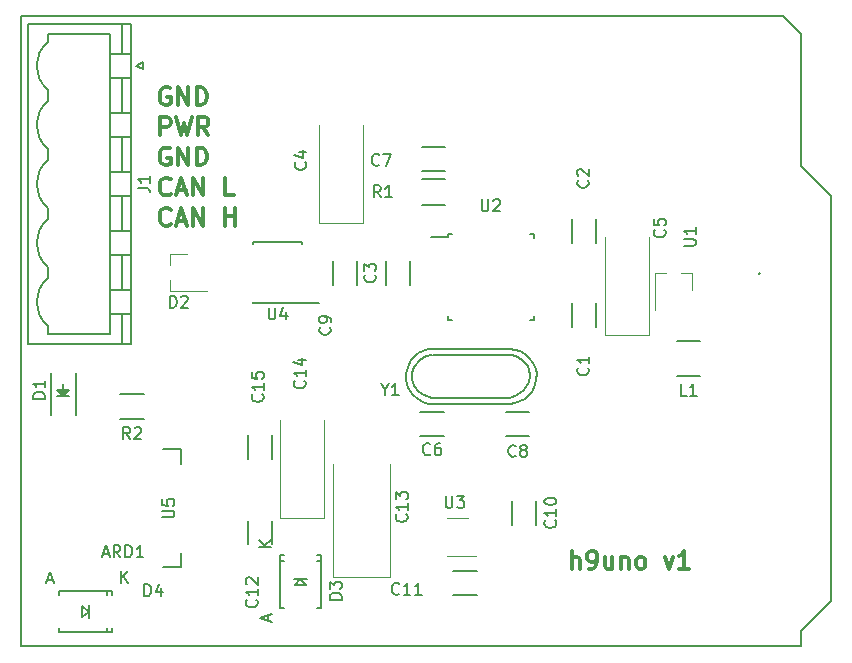
<source format=gto>
G04 #@! TF.FileFunction,Legend,Top*
%FSLAX46Y46*%
G04 Gerber Fmt 4.6, Leading zero omitted, Abs format (unit mm)*
G04 Created by KiCad (PCBNEW 4.0.6) date Tuesday, 13 February 2018 20:17:47*
%MOMM*%
%LPD*%
G01*
G04 APERTURE LIST*
%ADD10C,0.100000*%
%ADD11C,0.300000*%
%ADD12C,0.150000*%
%ADD13C,0.120000*%
G04 APERTURE END LIST*
D10*
D11*
X195096429Y-98468571D02*
X195096429Y-96968571D01*
X195739286Y-98468571D02*
X195739286Y-97682857D01*
X195667857Y-97540000D01*
X195525000Y-97468571D01*
X195310715Y-97468571D01*
X195167857Y-97540000D01*
X195096429Y-97611429D01*
X196525000Y-98468571D02*
X196810715Y-98468571D01*
X196953572Y-98397143D01*
X197025000Y-98325714D01*
X197167858Y-98111429D01*
X197239286Y-97825714D01*
X197239286Y-97254286D01*
X197167858Y-97111429D01*
X197096429Y-97040000D01*
X196953572Y-96968571D01*
X196667858Y-96968571D01*
X196525000Y-97040000D01*
X196453572Y-97111429D01*
X196382143Y-97254286D01*
X196382143Y-97611429D01*
X196453572Y-97754286D01*
X196525000Y-97825714D01*
X196667858Y-97897143D01*
X196953572Y-97897143D01*
X197096429Y-97825714D01*
X197167858Y-97754286D01*
X197239286Y-97611429D01*
X198525000Y-97468571D02*
X198525000Y-98468571D01*
X197882143Y-97468571D02*
X197882143Y-98254286D01*
X197953571Y-98397143D01*
X198096429Y-98468571D01*
X198310714Y-98468571D01*
X198453571Y-98397143D01*
X198525000Y-98325714D01*
X199239286Y-97468571D02*
X199239286Y-98468571D01*
X199239286Y-97611429D02*
X199310714Y-97540000D01*
X199453572Y-97468571D01*
X199667857Y-97468571D01*
X199810714Y-97540000D01*
X199882143Y-97682857D01*
X199882143Y-98468571D01*
X200810715Y-98468571D02*
X200667857Y-98397143D01*
X200596429Y-98325714D01*
X200525000Y-98182857D01*
X200525000Y-97754286D01*
X200596429Y-97611429D01*
X200667857Y-97540000D01*
X200810715Y-97468571D01*
X201025000Y-97468571D01*
X201167857Y-97540000D01*
X201239286Y-97611429D01*
X201310715Y-97754286D01*
X201310715Y-98182857D01*
X201239286Y-98325714D01*
X201167857Y-98397143D01*
X201025000Y-98468571D01*
X200810715Y-98468571D01*
X202953572Y-97468571D02*
X203310715Y-98468571D01*
X203667857Y-97468571D01*
X205025000Y-98468571D02*
X204167857Y-98468571D01*
X204596429Y-98468571D02*
X204596429Y-96968571D01*
X204453572Y-97182857D01*
X204310714Y-97325714D01*
X204167857Y-97397143D01*
X161035857Y-57777000D02*
X160893000Y-57705571D01*
X160678714Y-57705571D01*
X160464429Y-57777000D01*
X160321571Y-57919857D01*
X160250143Y-58062714D01*
X160178714Y-58348429D01*
X160178714Y-58562714D01*
X160250143Y-58848429D01*
X160321571Y-58991286D01*
X160464429Y-59134143D01*
X160678714Y-59205571D01*
X160821571Y-59205571D01*
X161035857Y-59134143D01*
X161107286Y-59062714D01*
X161107286Y-58562714D01*
X160821571Y-58562714D01*
X161750143Y-59205571D02*
X161750143Y-57705571D01*
X162607286Y-59205571D01*
X162607286Y-57705571D01*
X163321572Y-59205571D02*
X163321572Y-57705571D01*
X163678715Y-57705571D01*
X163893000Y-57777000D01*
X164035858Y-57919857D01*
X164107286Y-58062714D01*
X164178715Y-58348429D01*
X164178715Y-58562714D01*
X164107286Y-58848429D01*
X164035858Y-58991286D01*
X163893000Y-59134143D01*
X163678715Y-59205571D01*
X163321572Y-59205571D01*
X160250143Y-61755571D02*
X160250143Y-60255571D01*
X160821571Y-60255571D01*
X160964429Y-60327000D01*
X161035857Y-60398429D01*
X161107286Y-60541286D01*
X161107286Y-60755571D01*
X161035857Y-60898429D01*
X160964429Y-60969857D01*
X160821571Y-61041286D01*
X160250143Y-61041286D01*
X161607286Y-60255571D02*
X161964429Y-61755571D01*
X162250143Y-60684143D01*
X162535857Y-61755571D01*
X162893000Y-60255571D01*
X164321572Y-61755571D02*
X163821572Y-61041286D01*
X163464429Y-61755571D02*
X163464429Y-60255571D01*
X164035857Y-60255571D01*
X164178715Y-60327000D01*
X164250143Y-60398429D01*
X164321572Y-60541286D01*
X164321572Y-60755571D01*
X164250143Y-60898429D01*
X164178715Y-60969857D01*
X164035857Y-61041286D01*
X163464429Y-61041286D01*
X161035857Y-62877000D02*
X160893000Y-62805571D01*
X160678714Y-62805571D01*
X160464429Y-62877000D01*
X160321571Y-63019857D01*
X160250143Y-63162714D01*
X160178714Y-63448429D01*
X160178714Y-63662714D01*
X160250143Y-63948429D01*
X160321571Y-64091286D01*
X160464429Y-64234143D01*
X160678714Y-64305571D01*
X160821571Y-64305571D01*
X161035857Y-64234143D01*
X161107286Y-64162714D01*
X161107286Y-63662714D01*
X160821571Y-63662714D01*
X161750143Y-64305571D02*
X161750143Y-62805571D01*
X162607286Y-64305571D01*
X162607286Y-62805571D01*
X163321572Y-64305571D02*
X163321572Y-62805571D01*
X163678715Y-62805571D01*
X163893000Y-62877000D01*
X164035858Y-63019857D01*
X164107286Y-63162714D01*
X164178715Y-63448429D01*
X164178715Y-63662714D01*
X164107286Y-63948429D01*
X164035858Y-64091286D01*
X163893000Y-64234143D01*
X163678715Y-64305571D01*
X163321572Y-64305571D01*
X161107286Y-66712714D02*
X161035857Y-66784143D01*
X160821571Y-66855571D01*
X160678714Y-66855571D01*
X160464429Y-66784143D01*
X160321571Y-66641286D01*
X160250143Y-66498429D01*
X160178714Y-66212714D01*
X160178714Y-65998429D01*
X160250143Y-65712714D01*
X160321571Y-65569857D01*
X160464429Y-65427000D01*
X160678714Y-65355571D01*
X160821571Y-65355571D01*
X161035857Y-65427000D01*
X161107286Y-65498429D01*
X161678714Y-66427000D02*
X162393000Y-66427000D01*
X161535857Y-66855571D02*
X162035857Y-65355571D01*
X162535857Y-66855571D01*
X163035857Y-66855571D02*
X163035857Y-65355571D01*
X163893000Y-66855571D01*
X163893000Y-65355571D01*
X166464429Y-66855571D02*
X165750143Y-66855571D01*
X165750143Y-65355571D01*
X161107286Y-69262714D02*
X161035857Y-69334143D01*
X160821571Y-69405571D01*
X160678714Y-69405571D01*
X160464429Y-69334143D01*
X160321571Y-69191286D01*
X160250143Y-69048429D01*
X160178714Y-68762714D01*
X160178714Y-68548429D01*
X160250143Y-68262714D01*
X160321571Y-68119857D01*
X160464429Y-67977000D01*
X160678714Y-67905571D01*
X160821571Y-67905571D01*
X161035857Y-67977000D01*
X161107286Y-68048429D01*
X161678714Y-68977000D02*
X162393000Y-68977000D01*
X161535857Y-69405571D02*
X162035857Y-67905571D01*
X162535857Y-69405571D01*
X163035857Y-69405571D02*
X163035857Y-67905571D01*
X163893000Y-69405571D01*
X163893000Y-67905571D01*
X165750143Y-69405571D02*
X165750143Y-67905571D01*
X165750143Y-68619857D02*
X166607286Y-68619857D01*
X166607286Y-69405571D02*
X166607286Y-67905571D01*
D12*
X148463000Y-51689000D02*
X148463000Y-105029000D01*
X214503000Y-64389000D02*
X214503000Y-53213000D01*
X217043000Y-66929000D02*
X214503000Y-64389000D01*
X217043000Y-101219000D02*
X217043000Y-66929000D01*
X214503000Y-103759000D02*
X217043000Y-101219000D01*
X214503000Y-105029000D02*
X214503000Y-103759000D01*
X212979000Y-51689000D02*
X214503000Y-53213000D01*
X148463000Y-105029000D02*
X214503000Y-105029000D01*
X148463000Y-51689000D02*
X212979000Y-51689000D01*
X179315000Y-72406000D02*
X179315000Y-74406000D01*
X181365000Y-74406000D02*
X181365000Y-72406000D01*
X174870000Y-72406000D02*
X174870000Y-74406000D01*
X176920000Y-74406000D02*
X176920000Y-72406000D01*
X192033000Y-94726000D02*
X192033000Y-92726000D01*
X189983000Y-92726000D02*
X189983000Y-94726000D01*
X185055000Y-100720000D02*
X187055000Y-100720000D01*
X187055000Y-98670000D02*
X185055000Y-98670000D01*
X167631000Y-87138000D02*
X167631000Y-89138000D01*
X169681000Y-89138000D02*
X169681000Y-87138000D01*
X203978000Y-79170000D02*
X205978000Y-79170000D01*
X205978000Y-82120000D02*
X203978000Y-82120000D01*
X191262000Y-81168240D02*
X191462660Y-81569560D01*
X191462660Y-81569560D02*
X191564260Y-82169000D01*
X191564260Y-82169000D02*
X191462660Y-82669380D01*
X191462660Y-82669380D02*
X191063880Y-83367880D01*
X191063880Y-83367880D02*
X190461900Y-83769200D01*
X190461900Y-83769200D02*
X189862460Y-83969860D01*
X189862460Y-83969860D02*
X183263540Y-83969860D01*
X183263540Y-83969860D02*
X182562500Y-83769200D01*
X182562500Y-83769200D02*
X182163720Y-83469480D01*
X182163720Y-83469480D02*
X181762400Y-82969100D01*
X181762400Y-82969100D02*
X181561740Y-82369660D01*
X181561740Y-82369660D02*
X181561740Y-81869280D01*
X181561740Y-81869280D02*
X181762400Y-81368900D01*
X181762400Y-81368900D02*
X182262780Y-80769460D01*
X182262780Y-80769460D02*
X182763160Y-80469740D01*
X182763160Y-80469740D02*
X183263540Y-80368140D01*
X183362600Y-80368140D02*
X189964060Y-80368140D01*
X189964060Y-80368140D02*
X190362840Y-80469740D01*
X190362840Y-80469740D02*
X190863220Y-80769460D01*
X190863220Y-80769460D02*
X191363600Y-81269840D01*
X183372760Y-79839820D02*
X182913020Y-79888080D01*
X182913020Y-79888080D02*
X182514240Y-79999840D01*
X182514240Y-79999840D02*
X182082440Y-80218280D01*
X182082440Y-80218280D02*
X181792880Y-80449420D01*
X181792880Y-80449420D02*
X181462680Y-80799940D01*
X181462680Y-80799940D02*
X181173120Y-81338420D01*
X181173120Y-81338420D02*
X181043580Y-81937860D01*
X181043580Y-81937860D02*
X181043580Y-82448400D01*
X181043580Y-82448400D02*
X181213760Y-83149440D01*
X181213760Y-83149440D02*
X181612540Y-83738720D01*
X181612540Y-83738720D02*
X182072280Y-84109560D01*
X182072280Y-84109560D02*
X182493920Y-84317840D01*
X182493920Y-84317840D02*
X182943500Y-84477860D01*
X182943500Y-84477860D02*
X183382920Y-84508340D01*
X190723520Y-84289900D02*
X191101980Y-84068920D01*
X191101980Y-84068920D02*
X191422020Y-83789520D01*
X191422020Y-83789520D02*
X191673480Y-83459320D01*
X191673480Y-83459320D02*
X191973200Y-82908140D01*
X191973200Y-82908140D02*
X192082420Y-82438240D01*
X192082420Y-82438240D02*
X192102740Y-81978500D01*
X192102740Y-81978500D02*
X192013840Y-81518760D01*
X192013840Y-81518760D02*
X191823340Y-81069180D01*
X191823340Y-81069180D02*
X191462660Y-80599280D01*
X191462660Y-80599280D02*
X191112140Y-80279240D01*
X191112140Y-80279240D02*
X190723520Y-80048100D01*
X190723520Y-80048100D02*
X190294260Y-79908400D01*
X190294260Y-79908400D02*
X189852300Y-79839820D01*
X183362600Y-84498180D02*
X189814200Y-84498180D01*
X189814200Y-84498180D02*
X190233300Y-84460080D01*
X190233300Y-84460080D02*
X190723520Y-84289900D01*
X183362600Y-79839820D02*
X189814200Y-79839820D01*
X197113000Y-77962000D02*
X197113000Y-75962000D01*
X195063000Y-75962000D02*
X195063000Y-77962000D01*
X197113000Y-70850000D02*
X197113000Y-68850000D01*
X195063000Y-68850000D02*
X195063000Y-70850000D01*
D13*
X173664000Y-69181000D02*
X173664000Y-60881000D01*
X177364000Y-69181000D02*
X177364000Y-60881000D01*
X173664000Y-69181000D02*
X177364000Y-69181000D01*
X197921000Y-78706000D02*
X197921000Y-70406000D01*
X201621000Y-78706000D02*
X201621000Y-70406000D01*
X197921000Y-78706000D02*
X201621000Y-78706000D01*
D12*
X184261000Y-85208000D02*
X182261000Y-85208000D01*
X182261000Y-87258000D02*
X184261000Y-87258000D01*
X184388000Y-62729000D02*
X182388000Y-62729000D01*
X182388000Y-64779000D02*
X184388000Y-64779000D01*
X189500000Y-87258000D02*
X191500000Y-87258000D01*
X191500000Y-85208000D02*
X189500000Y-85208000D01*
X167631000Y-94377000D02*
X167631000Y-96377000D01*
X169681000Y-96377000D02*
X169681000Y-94377000D01*
D13*
X170362000Y-94200000D02*
X170362000Y-85900000D01*
X174062000Y-94200000D02*
X174062000Y-85900000D01*
X170362000Y-94200000D02*
X174062000Y-94200000D01*
D12*
X153069000Y-85462000D02*
X153069000Y-81862000D01*
X150969000Y-85462000D02*
X150969000Y-81862000D01*
X151719000Y-83412000D02*
X152319000Y-83412000D01*
X152319000Y-83412000D02*
X152019000Y-83712000D01*
X152019000Y-83712000D02*
X151819000Y-83512000D01*
X151819000Y-83512000D02*
X152069000Y-83512000D01*
X152069000Y-83512000D02*
X152019000Y-83562000D01*
X151519000Y-83812000D02*
X152519000Y-83812000D01*
X152019000Y-83312000D02*
X152019000Y-82812000D01*
X152019000Y-83812000D02*
X151519000Y-83312000D01*
X151519000Y-83312000D02*
X152519000Y-83312000D01*
X152519000Y-83312000D02*
X152019000Y-83812000D01*
D13*
X161038000Y-71826000D02*
X161038000Y-72756000D01*
X161038000Y-74986000D02*
X161038000Y-74056000D01*
X161038000Y-74986000D02*
X164198000Y-74986000D01*
X161038000Y-71826000D02*
X162498000Y-71826000D01*
D12*
X172085000Y-99318000D02*
X172535000Y-99868000D01*
X172535000Y-99868000D02*
X171635000Y-99868000D01*
X171635000Y-99868000D02*
X172085000Y-99318000D01*
X172635000Y-99318000D02*
X171535000Y-99318000D01*
X170334940Y-97768860D02*
X170685460Y-97768860D01*
X173835060Y-97768860D02*
X173484540Y-97768860D01*
X170334940Y-101818440D02*
X170685460Y-101818440D01*
X170334940Y-97317560D02*
X170685460Y-97317560D01*
X173835060Y-97317560D02*
X173484540Y-97317560D01*
X173835060Y-101818440D02*
X173484540Y-101818440D01*
X170334940Y-97317560D02*
X170334940Y-101818440D01*
X173835060Y-97317560D02*
X173835060Y-101818440D01*
X154174000Y-102108000D02*
X153624000Y-102558000D01*
X153624000Y-102558000D02*
X153624000Y-101658000D01*
X153624000Y-101658000D02*
X154174000Y-102108000D01*
X154174000Y-102658000D02*
X154174000Y-101558000D01*
X155723140Y-100357940D02*
X155723140Y-100708460D01*
X155723140Y-103858060D02*
X155723140Y-103507540D01*
X151673560Y-100357940D02*
X151673560Y-100708460D01*
X156174440Y-100357940D02*
X156174440Y-100708460D01*
X156174440Y-103858060D02*
X156174440Y-103507540D01*
X151673560Y-103858060D02*
X151673560Y-103507540D01*
X156174440Y-100357940D02*
X151673560Y-100357940D01*
X156174440Y-103858060D02*
X151673560Y-103858060D01*
X150692179Y-57866841D02*
G75*
G02X150708000Y-53880000I1665821J1986841D01*
G01*
X150692179Y-62866841D02*
G75*
G02X150708000Y-58880000I1665821J1986841D01*
G01*
X150692179Y-67866841D02*
G75*
G02X150708000Y-63880000I1665821J1986841D01*
G01*
X150692179Y-72866841D02*
G75*
G02X150708000Y-68880000I1665821J1986841D01*
G01*
X150692179Y-77866841D02*
G75*
G02X150708000Y-73880000I1665821J1986841D01*
G01*
X157788000Y-52300000D02*
X149028000Y-52300000D01*
X149028000Y-52300000D02*
X149028000Y-79460000D01*
X149028000Y-79460000D02*
X157788000Y-79460000D01*
X157788000Y-79460000D02*
X157788000Y-52300000D01*
X157008000Y-52300000D02*
X157008000Y-54800000D01*
X157008000Y-79460000D02*
X157008000Y-76960000D01*
X157008000Y-56880000D02*
X157008000Y-59880000D01*
X157008000Y-61880000D02*
X157008000Y-64880000D01*
X157008000Y-66880000D02*
X157008000Y-69880000D01*
X157008000Y-71880000D02*
X157008000Y-74880000D01*
X156008000Y-54880000D02*
X157788000Y-54880000D01*
X157788000Y-54880000D02*
X157788000Y-56880000D01*
X157788000Y-56880000D02*
X156008000Y-56880000D01*
X156008000Y-56880000D02*
X156008000Y-54880000D01*
X156008000Y-59880000D02*
X157788000Y-59880000D01*
X157788000Y-59880000D02*
X157788000Y-61880000D01*
X157788000Y-61880000D02*
X156008000Y-61880000D01*
X156008000Y-61880000D02*
X156008000Y-59880000D01*
X156008000Y-64880000D02*
X157788000Y-64880000D01*
X157788000Y-64880000D02*
X157788000Y-66880000D01*
X157788000Y-66880000D02*
X156008000Y-66880000D01*
X156008000Y-66880000D02*
X156008000Y-64880000D01*
X156008000Y-69880000D02*
X157788000Y-69880000D01*
X157788000Y-69880000D02*
X157788000Y-71880000D01*
X157788000Y-71880000D02*
X156008000Y-71880000D01*
X156008000Y-71880000D02*
X156008000Y-69880000D01*
X156008000Y-74880000D02*
X157788000Y-74880000D01*
X157788000Y-74880000D02*
X157788000Y-76880000D01*
X157788000Y-76880000D02*
X156008000Y-76880000D01*
X156008000Y-76880000D02*
X156008000Y-74880000D01*
X150708000Y-57880000D02*
X150708000Y-58880000D01*
X150708000Y-62880000D02*
X150708000Y-63880000D01*
X150708000Y-67880000D02*
X150708000Y-68880000D01*
X150708000Y-72880000D02*
X150708000Y-73880000D01*
X150708000Y-53880000D02*
X150708000Y-53180000D01*
X150708000Y-53180000D02*
X156008000Y-53180000D01*
X156008000Y-53180000D02*
X156008000Y-78580000D01*
X156008000Y-78580000D02*
X150708000Y-78580000D01*
X150708000Y-78580000D02*
X150708000Y-77880000D01*
X158208000Y-55880000D02*
X158808000Y-56180000D01*
X158808000Y-56180000D02*
X158808000Y-55580000D01*
X158808000Y-55580000D02*
X158208000Y-55880000D01*
X182388000Y-65473000D02*
X184388000Y-65473000D01*
X184388000Y-67623000D02*
X182388000Y-67623000D01*
X156861000Y-83634000D02*
X158861000Y-83634000D01*
X158861000Y-85784000D02*
X156861000Y-85784000D01*
D13*
X205288000Y-73408000D02*
X204358000Y-73408000D01*
X202128000Y-73408000D02*
X203058000Y-73408000D01*
X202128000Y-73408000D02*
X202128000Y-76568000D01*
X205288000Y-73408000D02*
X205288000Y-74868000D01*
D12*
X184589000Y-70162000D02*
X184589000Y-70387000D01*
X191839000Y-70162000D02*
X191839000Y-70487000D01*
X191839000Y-77412000D02*
X191839000Y-77087000D01*
X184589000Y-77412000D02*
X184589000Y-77087000D01*
X184589000Y-70162000D02*
X184914000Y-70162000D01*
X184589000Y-77412000D02*
X184914000Y-77412000D01*
X191839000Y-77412000D02*
X191514000Y-77412000D01*
X191839000Y-70162000D02*
X191514000Y-70162000D01*
X184589000Y-70387000D02*
X183164000Y-70387000D01*
D13*
X186320000Y-94148000D02*
X184520000Y-94148000D01*
X184520000Y-97368000D02*
X186970000Y-97368000D01*
D12*
X172255000Y-75981000D02*
X172255000Y-75931000D01*
X168105000Y-75981000D02*
X168105000Y-75836000D01*
X168105000Y-70831000D02*
X168105000Y-70976000D01*
X172255000Y-70831000D02*
X172255000Y-70976000D01*
X172255000Y-75981000D02*
X168105000Y-75981000D01*
X172255000Y-70831000D02*
X168105000Y-70831000D01*
X172255000Y-75931000D02*
X173655000Y-75931000D01*
X161968000Y-88345000D02*
X161968000Y-89595000D01*
X161968000Y-88345000D02*
X160468000Y-88345000D01*
X161968000Y-98345000D02*
X160468000Y-98345000D01*
X161968000Y-98345000D02*
X161968000Y-97095000D01*
D13*
X174892000Y-99168000D02*
X174892000Y-89568000D01*
X179692000Y-99168000D02*
X179692000Y-89568000D01*
X174892000Y-99168000D02*
X179692000Y-99168000D01*
D12*
X155384714Y-97194667D02*
X155860905Y-97194667D01*
X155289476Y-97480381D02*
X155622809Y-96480381D01*
X155956143Y-97480381D01*
X156860905Y-97480381D02*
X156527571Y-97004190D01*
X156289476Y-97480381D02*
X156289476Y-96480381D01*
X156670429Y-96480381D01*
X156765667Y-96528000D01*
X156813286Y-96575619D01*
X156860905Y-96670857D01*
X156860905Y-96813714D01*
X156813286Y-96908952D01*
X156765667Y-96956571D01*
X156670429Y-97004190D01*
X156289476Y-97004190D01*
X157289476Y-97480381D02*
X157289476Y-96480381D01*
X157527571Y-96480381D01*
X157670429Y-96528000D01*
X157765667Y-96623238D01*
X157813286Y-96718476D01*
X157860905Y-96908952D01*
X157860905Y-97051810D01*
X157813286Y-97242286D01*
X157765667Y-97337524D01*
X157670429Y-97432762D01*
X157527571Y-97480381D01*
X157289476Y-97480381D01*
X158813286Y-97480381D02*
X158241857Y-97480381D01*
X158527571Y-97480381D02*
X158527571Y-96480381D01*
X158432333Y-96623238D01*
X158337095Y-96718476D01*
X158241857Y-96766095D01*
X210947000Y-73382143D02*
X210994619Y-73429762D01*
X210947000Y-73477381D01*
X210899381Y-73429762D01*
X210947000Y-73382143D01*
X210947000Y-73477381D01*
X178397143Y-73572666D02*
X178444762Y-73620285D01*
X178492381Y-73763142D01*
X178492381Y-73858380D01*
X178444762Y-74001238D01*
X178349524Y-74096476D01*
X178254286Y-74144095D01*
X178063810Y-74191714D01*
X177920952Y-74191714D01*
X177730476Y-74144095D01*
X177635238Y-74096476D01*
X177540000Y-74001238D01*
X177492381Y-73858380D01*
X177492381Y-73763142D01*
X177540000Y-73620285D01*
X177587619Y-73572666D01*
X177492381Y-73239333D02*
X177492381Y-72620285D01*
X177873333Y-72953619D01*
X177873333Y-72810761D01*
X177920952Y-72715523D01*
X177968571Y-72667904D01*
X178063810Y-72620285D01*
X178301905Y-72620285D01*
X178397143Y-72667904D01*
X178444762Y-72715523D01*
X178492381Y-72810761D01*
X178492381Y-73096476D01*
X178444762Y-73191714D01*
X178397143Y-73239333D01*
X174601143Y-78017666D02*
X174648762Y-78065285D01*
X174696381Y-78208142D01*
X174696381Y-78303380D01*
X174648762Y-78446238D01*
X174553524Y-78541476D01*
X174458286Y-78589095D01*
X174267810Y-78636714D01*
X174124952Y-78636714D01*
X173934476Y-78589095D01*
X173839238Y-78541476D01*
X173744000Y-78446238D01*
X173696381Y-78303380D01*
X173696381Y-78208142D01*
X173744000Y-78065285D01*
X173791619Y-78017666D01*
X174696381Y-77541476D02*
X174696381Y-77351000D01*
X174648762Y-77255761D01*
X174601143Y-77208142D01*
X174458286Y-77112904D01*
X174267810Y-77065285D01*
X173886857Y-77065285D01*
X173791619Y-77112904D01*
X173744000Y-77160523D01*
X173696381Y-77255761D01*
X173696381Y-77446238D01*
X173744000Y-77541476D01*
X173791619Y-77589095D01*
X173886857Y-77636714D01*
X174124952Y-77636714D01*
X174220190Y-77589095D01*
X174267810Y-77541476D01*
X174315429Y-77446238D01*
X174315429Y-77255761D01*
X174267810Y-77160523D01*
X174220190Y-77112904D01*
X174124952Y-77065285D01*
X193665143Y-94368857D02*
X193712762Y-94416476D01*
X193760381Y-94559333D01*
X193760381Y-94654571D01*
X193712762Y-94797429D01*
X193617524Y-94892667D01*
X193522286Y-94940286D01*
X193331810Y-94987905D01*
X193188952Y-94987905D01*
X192998476Y-94940286D01*
X192903238Y-94892667D01*
X192808000Y-94797429D01*
X192760381Y-94654571D01*
X192760381Y-94559333D01*
X192808000Y-94416476D01*
X192855619Y-94368857D01*
X193760381Y-93416476D02*
X193760381Y-93987905D01*
X193760381Y-93702191D02*
X192760381Y-93702191D01*
X192903238Y-93797429D01*
X192998476Y-93892667D01*
X193046095Y-93987905D01*
X192760381Y-92797429D02*
X192760381Y-92702190D01*
X192808000Y-92606952D01*
X192855619Y-92559333D01*
X192950857Y-92511714D01*
X193141333Y-92464095D01*
X193379429Y-92464095D01*
X193569905Y-92511714D01*
X193665143Y-92559333D01*
X193712762Y-92606952D01*
X193760381Y-92702190D01*
X193760381Y-92797429D01*
X193712762Y-92892667D01*
X193665143Y-92940286D01*
X193569905Y-92987905D01*
X193379429Y-93035524D01*
X193141333Y-93035524D01*
X192950857Y-92987905D01*
X192855619Y-92940286D01*
X192808000Y-92892667D01*
X192760381Y-92797429D01*
X180459143Y-100560143D02*
X180411524Y-100607762D01*
X180268667Y-100655381D01*
X180173429Y-100655381D01*
X180030571Y-100607762D01*
X179935333Y-100512524D01*
X179887714Y-100417286D01*
X179840095Y-100226810D01*
X179840095Y-100083952D01*
X179887714Y-99893476D01*
X179935333Y-99798238D01*
X180030571Y-99703000D01*
X180173429Y-99655381D01*
X180268667Y-99655381D01*
X180411524Y-99703000D01*
X180459143Y-99750619D01*
X181411524Y-100655381D02*
X180840095Y-100655381D01*
X181125809Y-100655381D02*
X181125809Y-99655381D01*
X181030571Y-99798238D01*
X180935333Y-99893476D01*
X180840095Y-99941095D01*
X182363905Y-100655381D02*
X181792476Y-100655381D01*
X182078190Y-100655381D02*
X182078190Y-99655381D01*
X181982952Y-99798238D01*
X181887714Y-99893476D01*
X181792476Y-99941095D01*
X168886143Y-83700857D02*
X168933762Y-83748476D01*
X168981381Y-83891333D01*
X168981381Y-83986571D01*
X168933762Y-84129429D01*
X168838524Y-84224667D01*
X168743286Y-84272286D01*
X168552810Y-84319905D01*
X168409952Y-84319905D01*
X168219476Y-84272286D01*
X168124238Y-84224667D01*
X168029000Y-84129429D01*
X167981381Y-83986571D01*
X167981381Y-83891333D01*
X168029000Y-83748476D01*
X168076619Y-83700857D01*
X168981381Y-82748476D02*
X168981381Y-83319905D01*
X168981381Y-83034191D02*
X167981381Y-83034191D01*
X168124238Y-83129429D01*
X168219476Y-83224667D01*
X168267095Y-83319905D01*
X167981381Y-81843714D02*
X167981381Y-82319905D01*
X168457571Y-82367524D01*
X168409952Y-82319905D01*
X168362333Y-82224667D01*
X168362333Y-81986571D01*
X168409952Y-81891333D01*
X168457571Y-81843714D01*
X168552810Y-81796095D01*
X168790905Y-81796095D01*
X168886143Y-81843714D01*
X168933762Y-81891333D01*
X168981381Y-81986571D01*
X168981381Y-82224667D01*
X168933762Y-82319905D01*
X168886143Y-82367524D01*
X204811334Y-83797381D02*
X204335143Y-83797381D01*
X204335143Y-82797381D01*
X205668477Y-83797381D02*
X205097048Y-83797381D01*
X205382762Y-83797381D02*
X205382762Y-82797381D01*
X205287524Y-82940238D01*
X205192286Y-83035476D01*
X205097048Y-83083095D01*
X179228809Y-83288190D02*
X179228809Y-83764381D01*
X178895476Y-82764381D02*
X179228809Y-83288190D01*
X179562143Y-82764381D01*
X180419286Y-83764381D02*
X179847857Y-83764381D01*
X180133571Y-83764381D02*
X180133571Y-82764381D01*
X180038333Y-82907238D01*
X179943095Y-83002476D01*
X179847857Y-83050095D01*
X196445143Y-81446666D02*
X196492762Y-81494285D01*
X196540381Y-81637142D01*
X196540381Y-81732380D01*
X196492762Y-81875238D01*
X196397524Y-81970476D01*
X196302286Y-82018095D01*
X196111810Y-82065714D01*
X195968952Y-82065714D01*
X195778476Y-82018095D01*
X195683238Y-81970476D01*
X195588000Y-81875238D01*
X195540381Y-81732380D01*
X195540381Y-81637142D01*
X195588000Y-81494285D01*
X195635619Y-81446666D01*
X196540381Y-80494285D02*
X196540381Y-81065714D01*
X196540381Y-80780000D02*
X195540381Y-80780000D01*
X195683238Y-80875238D01*
X195778476Y-80970476D01*
X195826095Y-81065714D01*
X196445143Y-65571666D02*
X196492762Y-65619285D01*
X196540381Y-65762142D01*
X196540381Y-65857380D01*
X196492762Y-66000238D01*
X196397524Y-66095476D01*
X196302286Y-66143095D01*
X196111810Y-66190714D01*
X195968952Y-66190714D01*
X195778476Y-66143095D01*
X195683238Y-66095476D01*
X195588000Y-66000238D01*
X195540381Y-65857380D01*
X195540381Y-65762142D01*
X195588000Y-65619285D01*
X195635619Y-65571666D01*
X195635619Y-65190714D02*
X195588000Y-65143095D01*
X195540381Y-65047857D01*
X195540381Y-64809761D01*
X195588000Y-64714523D01*
X195635619Y-64666904D01*
X195730857Y-64619285D01*
X195826095Y-64619285D01*
X195968952Y-64666904D01*
X196540381Y-65238333D01*
X196540381Y-64619285D01*
X172521143Y-64047666D02*
X172568762Y-64095285D01*
X172616381Y-64238142D01*
X172616381Y-64333380D01*
X172568762Y-64476238D01*
X172473524Y-64571476D01*
X172378286Y-64619095D01*
X172187810Y-64666714D01*
X172044952Y-64666714D01*
X171854476Y-64619095D01*
X171759238Y-64571476D01*
X171664000Y-64476238D01*
X171616381Y-64333380D01*
X171616381Y-64238142D01*
X171664000Y-64095285D01*
X171711619Y-64047666D01*
X171949714Y-63190523D02*
X172616381Y-63190523D01*
X171568762Y-63428619D02*
X172283048Y-63666714D01*
X172283048Y-63047666D01*
X202922143Y-69762666D02*
X202969762Y-69810285D01*
X203017381Y-69953142D01*
X203017381Y-70048380D01*
X202969762Y-70191238D01*
X202874524Y-70286476D01*
X202779286Y-70334095D01*
X202588810Y-70381714D01*
X202445952Y-70381714D01*
X202255476Y-70334095D01*
X202160238Y-70286476D01*
X202065000Y-70191238D01*
X202017381Y-70048380D01*
X202017381Y-69953142D01*
X202065000Y-69810285D01*
X202112619Y-69762666D01*
X202017381Y-68857904D02*
X202017381Y-69334095D01*
X202493571Y-69381714D01*
X202445952Y-69334095D01*
X202398333Y-69238857D01*
X202398333Y-69000761D01*
X202445952Y-68905523D01*
X202493571Y-68857904D01*
X202588810Y-68810285D01*
X202826905Y-68810285D01*
X202922143Y-68857904D01*
X202969762Y-68905523D01*
X203017381Y-69000761D01*
X203017381Y-69238857D01*
X202969762Y-69334095D01*
X202922143Y-69381714D01*
X183094334Y-88749143D02*
X183046715Y-88796762D01*
X182903858Y-88844381D01*
X182808620Y-88844381D01*
X182665762Y-88796762D01*
X182570524Y-88701524D01*
X182522905Y-88606286D01*
X182475286Y-88415810D01*
X182475286Y-88272952D01*
X182522905Y-88082476D01*
X182570524Y-87987238D01*
X182665762Y-87892000D01*
X182808620Y-87844381D01*
X182903858Y-87844381D01*
X183046715Y-87892000D01*
X183094334Y-87939619D01*
X183951477Y-87844381D02*
X183761000Y-87844381D01*
X183665762Y-87892000D01*
X183618143Y-87939619D01*
X183522905Y-88082476D01*
X183475286Y-88272952D01*
X183475286Y-88653905D01*
X183522905Y-88749143D01*
X183570524Y-88796762D01*
X183665762Y-88844381D01*
X183856239Y-88844381D01*
X183951477Y-88796762D01*
X183999096Y-88749143D01*
X184046715Y-88653905D01*
X184046715Y-88415810D01*
X183999096Y-88320571D01*
X183951477Y-88272952D01*
X183856239Y-88225333D01*
X183665762Y-88225333D01*
X183570524Y-88272952D01*
X183522905Y-88320571D01*
X183475286Y-88415810D01*
X178776334Y-64238143D02*
X178728715Y-64285762D01*
X178585858Y-64333381D01*
X178490620Y-64333381D01*
X178347762Y-64285762D01*
X178252524Y-64190524D01*
X178204905Y-64095286D01*
X178157286Y-63904810D01*
X178157286Y-63761952D01*
X178204905Y-63571476D01*
X178252524Y-63476238D01*
X178347762Y-63381000D01*
X178490620Y-63333381D01*
X178585858Y-63333381D01*
X178728715Y-63381000D01*
X178776334Y-63428619D01*
X179109667Y-63333381D02*
X179776334Y-63333381D01*
X179347762Y-64333381D01*
X190333334Y-88890143D02*
X190285715Y-88937762D01*
X190142858Y-88985381D01*
X190047620Y-88985381D01*
X189904762Y-88937762D01*
X189809524Y-88842524D01*
X189761905Y-88747286D01*
X189714286Y-88556810D01*
X189714286Y-88413952D01*
X189761905Y-88223476D01*
X189809524Y-88128238D01*
X189904762Y-88033000D01*
X190047620Y-87985381D01*
X190142858Y-87985381D01*
X190285715Y-88033000D01*
X190333334Y-88080619D01*
X190904762Y-88413952D02*
X190809524Y-88366333D01*
X190761905Y-88318714D01*
X190714286Y-88223476D01*
X190714286Y-88175857D01*
X190761905Y-88080619D01*
X190809524Y-88033000D01*
X190904762Y-87985381D01*
X191095239Y-87985381D01*
X191190477Y-88033000D01*
X191238096Y-88080619D01*
X191285715Y-88175857D01*
X191285715Y-88223476D01*
X191238096Y-88318714D01*
X191190477Y-88366333D01*
X191095239Y-88413952D01*
X190904762Y-88413952D01*
X190809524Y-88461571D01*
X190761905Y-88509190D01*
X190714286Y-88604429D01*
X190714286Y-88794905D01*
X190761905Y-88890143D01*
X190809524Y-88937762D01*
X190904762Y-88985381D01*
X191095239Y-88985381D01*
X191190477Y-88937762D01*
X191238096Y-88890143D01*
X191285715Y-88794905D01*
X191285715Y-88604429D01*
X191238096Y-88509190D01*
X191190477Y-88461571D01*
X191095239Y-88413952D01*
X168378143Y-101099857D02*
X168425762Y-101147476D01*
X168473381Y-101290333D01*
X168473381Y-101385571D01*
X168425762Y-101528429D01*
X168330524Y-101623667D01*
X168235286Y-101671286D01*
X168044810Y-101718905D01*
X167901952Y-101718905D01*
X167711476Y-101671286D01*
X167616238Y-101623667D01*
X167521000Y-101528429D01*
X167473381Y-101385571D01*
X167473381Y-101290333D01*
X167521000Y-101147476D01*
X167568619Y-101099857D01*
X168473381Y-100147476D02*
X168473381Y-100718905D01*
X168473381Y-100433191D02*
X167473381Y-100433191D01*
X167616238Y-100528429D01*
X167711476Y-100623667D01*
X167759095Y-100718905D01*
X167568619Y-99766524D02*
X167521000Y-99718905D01*
X167473381Y-99623667D01*
X167473381Y-99385571D01*
X167521000Y-99290333D01*
X167568619Y-99242714D01*
X167663857Y-99195095D01*
X167759095Y-99195095D01*
X167901952Y-99242714D01*
X168473381Y-99814143D01*
X168473381Y-99195095D01*
X172442143Y-82557857D02*
X172489762Y-82605476D01*
X172537381Y-82748333D01*
X172537381Y-82843571D01*
X172489762Y-82986429D01*
X172394524Y-83081667D01*
X172299286Y-83129286D01*
X172108810Y-83176905D01*
X171965952Y-83176905D01*
X171775476Y-83129286D01*
X171680238Y-83081667D01*
X171585000Y-82986429D01*
X171537381Y-82843571D01*
X171537381Y-82748333D01*
X171585000Y-82605476D01*
X171632619Y-82557857D01*
X172537381Y-81605476D02*
X172537381Y-82176905D01*
X172537381Y-81891191D02*
X171537381Y-81891191D01*
X171680238Y-81986429D01*
X171775476Y-82081667D01*
X171823095Y-82176905D01*
X171870714Y-80748333D02*
X172537381Y-80748333D01*
X171489762Y-80986429D02*
X172204048Y-81224524D01*
X172204048Y-80605476D01*
X150471381Y-84050095D02*
X149471381Y-84050095D01*
X149471381Y-83812000D01*
X149519000Y-83669142D01*
X149614238Y-83573904D01*
X149709476Y-83526285D01*
X149899952Y-83478666D01*
X150042810Y-83478666D01*
X150233286Y-83526285D01*
X150328524Y-83573904D01*
X150423762Y-83669142D01*
X150471381Y-83812000D01*
X150471381Y-84050095D01*
X150471381Y-82526285D02*
X150471381Y-83097714D01*
X150471381Y-82812000D02*
X149471381Y-82812000D01*
X149614238Y-82907238D01*
X149709476Y-83002476D01*
X149757095Y-83097714D01*
X161059905Y-76358381D02*
X161059905Y-75358381D01*
X161298000Y-75358381D01*
X161440858Y-75406000D01*
X161536096Y-75501238D01*
X161583715Y-75596476D01*
X161631334Y-75786952D01*
X161631334Y-75929810D01*
X161583715Y-76120286D01*
X161536096Y-76215524D01*
X161440858Y-76310762D01*
X161298000Y-76358381D01*
X161059905Y-76358381D01*
X162012286Y-75453619D02*
X162059905Y-75406000D01*
X162155143Y-75358381D01*
X162393239Y-75358381D01*
X162488477Y-75406000D01*
X162536096Y-75453619D01*
X162583715Y-75548857D01*
X162583715Y-75644095D01*
X162536096Y-75786952D01*
X161964667Y-76358381D01*
X162583715Y-76358381D01*
X175585381Y-101068095D02*
X174585381Y-101068095D01*
X174585381Y-100830000D01*
X174633000Y-100687142D01*
X174728238Y-100591904D01*
X174823476Y-100544285D01*
X175013952Y-100496666D01*
X175156810Y-100496666D01*
X175347286Y-100544285D01*
X175442524Y-100591904D01*
X175537762Y-100687142D01*
X175585381Y-100830000D01*
X175585381Y-101068095D01*
X174585381Y-100163333D02*
X174585381Y-99544285D01*
X174966333Y-99877619D01*
X174966333Y-99734761D01*
X175013952Y-99639523D01*
X175061571Y-99591904D01*
X175156810Y-99544285D01*
X175394905Y-99544285D01*
X175490143Y-99591904D01*
X175537762Y-99639523D01*
X175585381Y-99734761D01*
X175585381Y-100020476D01*
X175537762Y-100115714D01*
X175490143Y-100163333D01*
X169637381Y-96579905D02*
X168637381Y-96579905D01*
X169637381Y-96008476D02*
X169065952Y-96437048D01*
X168637381Y-96008476D02*
X169208810Y-96579905D01*
X169401667Y-102856095D02*
X169401667Y-102379904D01*
X169687381Y-102951333D02*
X168687381Y-102618000D01*
X169687381Y-102284666D01*
X158900905Y-100782381D02*
X158900905Y-99782381D01*
X159139000Y-99782381D01*
X159281858Y-99830000D01*
X159377096Y-99925238D01*
X159424715Y-100020476D01*
X159472334Y-100210952D01*
X159472334Y-100353810D01*
X159424715Y-100544286D01*
X159377096Y-100639524D01*
X159281858Y-100734762D01*
X159139000Y-100782381D01*
X158900905Y-100782381D01*
X160329477Y-100115714D02*
X160329477Y-100782381D01*
X160091381Y-99734762D02*
X159853286Y-100449048D01*
X160472334Y-100449048D01*
X156912095Y-99660381D02*
X156912095Y-98660381D01*
X157483524Y-99660381D02*
X157054952Y-99088952D01*
X157483524Y-98660381D02*
X156912095Y-99231810D01*
X150635905Y-99424667D02*
X151112096Y-99424667D01*
X150540667Y-99710381D02*
X150874000Y-98710381D01*
X151207334Y-99710381D01*
X158360381Y-66213333D02*
X159074667Y-66213333D01*
X159217524Y-66260953D01*
X159312762Y-66356191D01*
X159360381Y-66499048D01*
X159360381Y-66594286D01*
X159360381Y-65213333D02*
X159360381Y-65784762D01*
X159360381Y-65499048D02*
X158360381Y-65499048D01*
X158503238Y-65594286D01*
X158598476Y-65689524D01*
X158646095Y-65784762D01*
X178903334Y-67000381D02*
X178570000Y-66524190D01*
X178331905Y-67000381D02*
X178331905Y-66000381D01*
X178712858Y-66000381D01*
X178808096Y-66048000D01*
X178855715Y-66095619D01*
X178903334Y-66190857D01*
X178903334Y-66333714D01*
X178855715Y-66428952D01*
X178808096Y-66476571D01*
X178712858Y-66524190D01*
X178331905Y-66524190D01*
X179855715Y-67000381D02*
X179284286Y-67000381D01*
X179570000Y-67000381D02*
X179570000Y-66000381D01*
X179474762Y-66143238D01*
X179379524Y-66238476D01*
X179284286Y-66286095D01*
X157694334Y-87461381D02*
X157361000Y-86985190D01*
X157122905Y-87461381D02*
X157122905Y-86461381D01*
X157503858Y-86461381D01*
X157599096Y-86509000D01*
X157646715Y-86556619D01*
X157694334Y-86651857D01*
X157694334Y-86794714D01*
X157646715Y-86889952D01*
X157599096Y-86937571D01*
X157503858Y-86985190D01*
X157122905Y-86985190D01*
X158075286Y-86556619D02*
X158122905Y-86509000D01*
X158218143Y-86461381D01*
X158456239Y-86461381D01*
X158551477Y-86509000D01*
X158599096Y-86556619D01*
X158646715Y-86651857D01*
X158646715Y-86747095D01*
X158599096Y-86889952D01*
X158027667Y-87461381D01*
X158646715Y-87461381D01*
X204557381Y-71119905D02*
X205366905Y-71119905D01*
X205462143Y-71072286D01*
X205509762Y-71024667D01*
X205557381Y-70929429D01*
X205557381Y-70738952D01*
X205509762Y-70643714D01*
X205462143Y-70596095D01*
X205366905Y-70548476D01*
X204557381Y-70548476D01*
X205557381Y-69548476D02*
X205557381Y-70119905D01*
X205557381Y-69834191D02*
X204557381Y-69834191D01*
X204700238Y-69929429D01*
X204795476Y-70024667D01*
X204843095Y-70119905D01*
X187452095Y-67189381D02*
X187452095Y-67998905D01*
X187499714Y-68094143D01*
X187547333Y-68141762D01*
X187642571Y-68189381D01*
X187833048Y-68189381D01*
X187928286Y-68141762D01*
X187975905Y-68094143D01*
X188023524Y-67998905D01*
X188023524Y-67189381D01*
X188452095Y-67284619D02*
X188499714Y-67237000D01*
X188594952Y-67189381D01*
X188833048Y-67189381D01*
X188928286Y-67237000D01*
X188975905Y-67284619D01*
X189023524Y-67379857D01*
X189023524Y-67475095D01*
X188975905Y-67617952D01*
X188404476Y-68189381D01*
X189023524Y-68189381D01*
X184404095Y-92289381D02*
X184404095Y-93098905D01*
X184451714Y-93194143D01*
X184499333Y-93241762D01*
X184594571Y-93289381D01*
X184785048Y-93289381D01*
X184880286Y-93241762D01*
X184927905Y-93194143D01*
X184975524Y-93098905D01*
X184975524Y-92289381D01*
X185356476Y-92289381D02*
X185975524Y-92289381D01*
X185642190Y-92670333D01*
X185785048Y-92670333D01*
X185880286Y-92717952D01*
X185927905Y-92765571D01*
X185975524Y-92860810D01*
X185975524Y-93098905D01*
X185927905Y-93194143D01*
X185880286Y-93241762D01*
X185785048Y-93289381D01*
X185499333Y-93289381D01*
X185404095Y-93241762D01*
X185356476Y-93194143D01*
X169418095Y-76358381D02*
X169418095Y-77167905D01*
X169465714Y-77263143D01*
X169513333Y-77310762D01*
X169608571Y-77358381D01*
X169799048Y-77358381D01*
X169894286Y-77310762D01*
X169941905Y-77263143D01*
X169989524Y-77167905D01*
X169989524Y-76358381D01*
X170894286Y-76691714D02*
X170894286Y-77358381D01*
X170656190Y-76310762D02*
X170418095Y-77025048D01*
X171037143Y-77025048D01*
X160420381Y-94106905D02*
X161229905Y-94106905D01*
X161325143Y-94059286D01*
X161372762Y-94011667D01*
X161420381Y-93916429D01*
X161420381Y-93725952D01*
X161372762Y-93630714D01*
X161325143Y-93583095D01*
X161229905Y-93535476D01*
X160420381Y-93535476D01*
X160420381Y-92583095D02*
X160420381Y-93059286D01*
X160896571Y-93106905D01*
X160848952Y-93059286D01*
X160801333Y-92964048D01*
X160801333Y-92725952D01*
X160848952Y-92630714D01*
X160896571Y-92583095D01*
X160991810Y-92535476D01*
X161229905Y-92535476D01*
X161325143Y-92583095D01*
X161372762Y-92630714D01*
X161420381Y-92725952D01*
X161420381Y-92964048D01*
X161372762Y-93059286D01*
X161325143Y-93106905D01*
X181078143Y-93860857D02*
X181125762Y-93908476D01*
X181173381Y-94051333D01*
X181173381Y-94146571D01*
X181125762Y-94289429D01*
X181030524Y-94384667D01*
X180935286Y-94432286D01*
X180744810Y-94479905D01*
X180601952Y-94479905D01*
X180411476Y-94432286D01*
X180316238Y-94384667D01*
X180221000Y-94289429D01*
X180173381Y-94146571D01*
X180173381Y-94051333D01*
X180221000Y-93908476D01*
X180268619Y-93860857D01*
X181173381Y-92908476D02*
X181173381Y-93479905D01*
X181173381Y-93194191D02*
X180173381Y-93194191D01*
X180316238Y-93289429D01*
X180411476Y-93384667D01*
X180459095Y-93479905D01*
X180173381Y-92575143D02*
X180173381Y-91956095D01*
X180554333Y-92289429D01*
X180554333Y-92146571D01*
X180601952Y-92051333D01*
X180649571Y-92003714D01*
X180744810Y-91956095D01*
X180982905Y-91956095D01*
X181078143Y-92003714D01*
X181125762Y-92051333D01*
X181173381Y-92146571D01*
X181173381Y-92432286D01*
X181125762Y-92527524D01*
X181078143Y-92575143D01*
M02*

</source>
